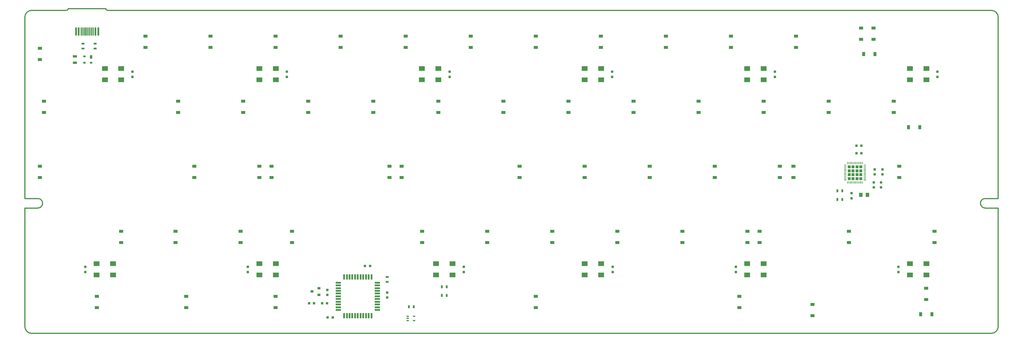
<source format=gbr>
%TF.GenerationSoftware,KiCad,Pcbnew,4.0.7*%
%TF.CreationDate,2018-04-08T23:12:56-07:00*%
%TF.ProjectId,VoyagerII,566F796167657249492E6B696361645F,rev?*%
%TF.FileFunction,Paste,Bot*%
%FSLAX46Y46*%
G04 Gerber Fmt 4.6, Leading zero omitted, Abs format (unit mm)*
G04 Created by KiCad (PCBNEW 4.0.7) date 04/08/18 23:12:56*
%MOMM*%
%LPD*%
G01*
G04 APERTURE LIST*
%ADD10C,0.100000*%
%ADD11C,0.300000*%
%ADD12R,0.500000X0.900000*%
%ADD13R,0.900000X0.500000*%
%ADD14R,0.750000X0.800000*%
%ADD15R,0.800000X0.750000*%
%ADD16R,0.250000X0.680000*%
%ADD17R,0.680000X0.250000*%
%ADD18R,0.900000X0.900000*%
%ADD19R,0.300000X2.450000*%
%ADD20R,0.600000X2.450000*%
%ADD21R,0.900000X1.200000*%
%ADD22R,1.200000X0.900000*%
%ADD23R,0.700000X0.600000*%
%ADD24R,0.700000X1.000000*%
%ADD25R,1.300000X0.700000*%
%ADD26R,0.650000X0.400000*%
%ADD27R,1.800000X1.400000*%
%ADD28R,0.900000X0.800000*%
%ADD29R,0.550000X1.500000*%
%ADD30R,1.500000X0.550000*%
%ADD31R,1.000000X1.250000*%
G04 APERTURE END LIST*
D10*
D11*
X50000000Y-47950000D02*
X60200000Y-47950000D01*
X71700000Y-47450000D02*
G75*
G03X72200000Y-47950000I500000J0D01*
G01*
X60200000Y-47950000D02*
G75*
G03X60700000Y-47450000I0J500000D01*
G01*
X60700000Y-47450000D02*
X71700000Y-47450000D01*
X51800000Y-105850000D02*
G75*
G03X53200000Y-104450000I0J1400000D01*
G01*
X329200000Y-103050000D02*
X333000000Y-103050000D01*
X329200000Y-105850000D02*
X333000000Y-105850000D01*
X333000000Y-103050000D02*
X333000000Y-49950000D01*
X333000000Y-105850000D02*
X333000000Y-140550000D01*
X329200000Y-105850000D02*
G75*
G02X327800000Y-104450000I0J1400000D01*
G01*
X327800000Y-104450000D02*
G75*
G02X329200000Y-103050000I1400000J0D01*
G01*
X48000000Y-103050000D02*
X48000000Y-49950000D01*
X51800000Y-103050000D02*
X48000000Y-103050000D01*
X53200000Y-104450000D02*
G75*
G03X51800000Y-103050000I-1400000J0D01*
G01*
X48000000Y-105850000D02*
X51800000Y-105850000D01*
X48000000Y-140550000D02*
X48000000Y-105850000D01*
X333000000Y-49950000D02*
G75*
G03X331000000Y-47950000I-2000000J0D01*
G01*
X331000000Y-142550000D02*
G75*
G03X333000000Y-140550000I0J2000000D01*
G01*
X48000000Y-140550000D02*
G75*
G03X50000000Y-142550000I2000000J0D01*
G01*
X50000000Y-47950000D02*
G75*
G03X48000000Y-49950000I0J-2000000D01*
G01*
X331000000Y-47950000D02*
X72200000Y-47950000D01*
X50000000Y-142550000D02*
X331000000Y-142550000D01*
D12*
X285889000Y-103378000D03*
X287389000Y-103378000D03*
D13*
X68580000Y-57670000D03*
X68580000Y-59170000D03*
X65024000Y-59170000D03*
X65024000Y-57670000D03*
D12*
X161913000Y-134747000D03*
X160413000Y-134747000D03*
X170065000Y-131445000D03*
X171565000Y-131445000D03*
X170065000Y-128905000D03*
X171565000Y-128905000D03*
X285889000Y-100838000D03*
X287389000Y-100838000D03*
D13*
X154051000Y-125996000D03*
X154051000Y-127496000D03*
D14*
X113284000Y-124575000D03*
X113284000Y-123075000D03*
X267589000Y-67425000D03*
X267589000Y-65925000D03*
X65659000Y-124575000D03*
X65659000Y-123075000D03*
X315214000Y-67425000D03*
X315214000Y-65925000D03*
X79502000Y-67425000D03*
X79502000Y-65925000D03*
X303784000Y-124575000D03*
X303784000Y-123075000D03*
X124714000Y-67425000D03*
X124714000Y-65925000D03*
X256159000Y-124575000D03*
X256159000Y-123075000D03*
X172339000Y-67425000D03*
X172339000Y-65925000D03*
X220091000Y-124575000D03*
X220091000Y-123075000D03*
X219964000Y-67425000D03*
X219964000Y-65925000D03*
X176530000Y-124575000D03*
X176530000Y-123075000D03*
X290068000Y-102985000D03*
X290068000Y-101485000D03*
X296545000Y-99810000D03*
X296545000Y-98310000D03*
X299085000Y-96000000D03*
X299085000Y-94500000D03*
D15*
X292977000Y-89789000D03*
X291477000Y-89789000D03*
D14*
X296799000Y-96000000D03*
X296799000Y-94500000D03*
D15*
X292977000Y-87630000D03*
X291477000Y-87630000D03*
D14*
X298704000Y-99810000D03*
X298704000Y-98310000D03*
D15*
X136513000Y-133731000D03*
X135013000Y-133731000D03*
X147586000Y-122809000D03*
X149086000Y-122809000D03*
D14*
X154051000Y-130568000D03*
X154051000Y-132068000D03*
D15*
X136664000Y-137922000D03*
X138164000Y-137922000D03*
D14*
X136525000Y-131306000D03*
X136525000Y-129806000D03*
D15*
X131203000Y-133731000D03*
X132703000Y-133731000D03*
D16*
X288884000Y-98364000D03*
X289284000Y-98364000D03*
X289684000Y-98364000D03*
X290084000Y-98364000D03*
X290484000Y-98364000D03*
X290884000Y-98364000D03*
X291284000Y-98364000D03*
X291684000Y-98364000D03*
X292084000Y-98364000D03*
X292484000Y-98364000D03*
X292884000Y-98364000D03*
X293284000Y-98364000D03*
D17*
X293944000Y-97704000D03*
X293944000Y-97304000D03*
X293944000Y-96904000D03*
X293944000Y-96504000D03*
X293944000Y-96104000D03*
X293944000Y-95704000D03*
X293944000Y-95304000D03*
X293944000Y-94904000D03*
X293944000Y-94504000D03*
X293944000Y-94104000D03*
X293944000Y-93704000D03*
X293944000Y-93304000D03*
D16*
X293284000Y-92644000D03*
X292884000Y-92644000D03*
X292484000Y-92644000D03*
X292084000Y-92644000D03*
X291684000Y-92644000D03*
X291284000Y-92644000D03*
X290884000Y-92644000D03*
X290484000Y-92644000D03*
X290084000Y-92644000D03*
X289684000Y-92644000D03*
X289284000Y-92644000D03*
X288884000Y-92644000D03*
D17*
X288224000Y-93304000D03*
X288224000Y-93704000D03*
X288224000Y-94104000D03*
X288224000Y-94504000D03*
X288224000Y-94904000D03*
X288224000Y-95304000D03*
X288224000Y-95704000D03*
X288224000Y-96104000D03*
X288224000Y-96504000D03*
X288224000Y-96904000D03*
X288224000Y-97304000D03*
X288224000Y-97704000D03*
D18*
X292809000Y-93779000D03*
X292809000Y-94929000D03*
X292809000Y-96079000D03*
X292809000Y-97229000D03*
X291659000Y-93779000D03*
X291659000Y-94929000D03*
X291659000Y-96079000D03*
X291659000Y-97229000D03*
X290509000Y-93779000D03*
X290509000Y-94929000D03*
X290509000Y-96079000D03*
X290509000Y-97229000D03*
X289359000Y-93779000D03*
X289359000Y-94929000D03*
X289359000Y-96079000D03*
X289359000Y-97229000D03*
D19*
X65987600Y-54195000D03*
X66487600Y-54195000D03*
X66987600Y-54195000D03*
X65487600Y-54195000D03*
X67487600Y-54195000D03*
X64987600Y-54195000D03*
X67987600Y-54195000D03*
X64487600Y-54195000D03*
D20*
X63787600Y-54195000D03*
X68687600Y-54195000D03*
X63012600Y-54195000D03*
X69462600Y-54195000D03*
D21*
X310293750Y-136921875D03*
X313593750Y-136921875D03*
D22*
X311943750Y-132618750D03*
X311943750Y-129318750D03*
X278606250Y-137381250D03*
X278606250Y-134081250D03*
X257175000Y-135000000D03*
X257175000Y-131700000D03*
D23*
X65421000Y-63307000D03*
X67421000Y-63307000D03*
X65421000Y-61407000D03*
D24*
X67421000Y-61607000D03*
D25*
X62611000Y-63307000D03*
X62611000Y-61407000D03*
D26*
X160086000Y-138826000D03*
X160086000Y-137526000D03*
X160086000Y-138176000D03*
X161986000Y-137526000D03*
X161986000Y-138826000D03*
D27*
X121462500Y-122175000D03*
X121462500Y-125475000D03*
X116662500Y-125475000D03*
X116662500Y-122175000D03*
X264337500Y-65025000D03*
X264337500Y-68325000D03*
X259537500Y-68325000D03*
X259537500Y-65025000D03*
X73837500Y-122175000D03*
X73837500Y-125475000D03*
X69037500Y-125475000D03*
X69037500Y-122175000D03*
X311962500Y-65025000D03*
X311962500Y-68325000D03*
X307162500Y-68325000D03*
X307162500Y-65025000D03*
X76218750Y-65025000D03*
X76218750Y-68325000D03*
X71418750Y-68325000D03*
X71418750Y-65025000D03*
X311962500Y-122175000D03*
X311962500Y-125475000D03*
X307162500Y-125475000D03*
X307162500Y-122175000D03*
X121462500Y-65025000D03*
X121462500Y-68325000D03*
X116662500Y-68325000D03*
X116662500Y-65025000D03*
X264337500Y-122175000D03*
X264337500Y-125475000D03*
X259537500Y-125475000D03*
X259537500Y-122175000D03*
X169087500Y-65025000D03*
X169087500Y-68325000D03*
X164287500Y-68325000D03*
X164287500Y-65025000D03*
X216712500Y-122175000D03*
X216712500Y-125475000D03*
X211912500Y-125475000D03*
X211912500Y-122175000D03*
X216712500Y-65025000D03*
X216712500Y-68325000D03*
X211912500Y-68325000D03*
X211912500Y-65025000D03*
X173215000Y-122175000D03*
X173215000Y-125475000D03*
X168415000Y-125475000D03*
X168415000Y-122175000D03*
D22*
X121443750Y-135000000D03*
X121443750Y-131700000D03*
X95250000Y-135000000D03*
X95250000Y-131700000D03*
X69056250Y-135000000D03*
X69056250Y-131700000D03*
X314325000Y-115950000D03*
X314325000Y-112650000D03*
X289321875Y-115950000D03*
X289321875Y-112650000D03*
X263128125Y-115950000D03*
X263128125Y-112650000D03*
X197643750Y-135000000D03*
X197643750Y-131700000D03*
X259556250Y-115950000D03*
X259556250Y-112650000D03*
X240506250Y-115950000D03*
X240506250Y-112650000D03*
X221456250Y-115950000D03*
X221456250Y-112650000D03*
X202406250Y-115950000D03*
X202406250Y-112650000D03*
X183356250Y-115950000D03*
X183356250Y-112650000D03*
X164306250Y-115950000D03*
X164306250Y-112650000D03*
X126206250Y-115950000D03*
X126206250Y-112650000D03*
X111125000Y-115950000D03*
X111125000Y-112650000D03*
X92075000Y-115950000D03*
X92075000Y-112650000D03*
X76200000Y-115950000D03*
X76200000Y-112650000D03*
X304006250Y-96900000D03*
X304006250Y-93600000D03*
X273050000Y-96900000D03*
X273050000Y-93600000D03*
X269081250Y-96900000D03*
X269081250Y-93600000D03*
X250031250Y-96900000D03*
X250031250Y-93600000D03*
X230981250Y-96900000D03*
X230981250Y-93600000D03*
X211931250Y-96900000D03*
X211931250Y-93600000D03*
X192881250Y-96900000D03*
X192881250Y-93600000D03*
X158353125Y-96900000D03*
X158353125Y-93600000D03*
X154781250Y-96900000D03*
X154781250Y-93600000D03*
X120253125Y-96900000D03*
X120253125Y-93600000D03*
X116681250Y-96900000D03*
X116681250Y-93600000D03*
X97631250Y-96900000D03*
X97631250Y-93600000D03*
X52387500Y-96900000D03*
X52387500Y-93600000D03*
D21*
X306721875Y-82153125D03*
X310021875Y-82153125D03*
D22*
X302418750Y-77850000D03*
X302418750Y-74550000D03*
X283368750Y-77850000D03*
X283368750Y-74550000D03*
X264318750Y-77850000D03*
X264318750Y-74550000D03*
X245268750Y-77850000D03*
X245268750Y-74550000D03*
X226218750Y-77850000D03*
X226218750Y-74550000D03*
X207168750Y-77850000D03*
X207168750Y-74550000D03*
X188118750Y-77850000D03*
X188118750Y-74550000D03*
X169068750Y-77850000D03*
X169068750Y-74550000D03*
X150018750Y-77850000D03*
X150018750Y-74550000D03*
X130968750Y-77850000D03*
X130968750Y-74550000D03*
X111918750Y-77850000D03*
X111918750Y-74550000D03*
X92868750Y-77850000D03*
X92868750Y-74550000D03*
X53578125Y-77850000D03*
X53578125Y-74550000D03*
D21*
X293625000Y-60721875D03*
X296925000Y-60721875D03*
D22*
X296465625Y-56418750D03*
X296465625Y-53118750D03*
X292893750Y-56418750D03*
X292893750Y-53118750D03*
X273843750Y-58800000D03*
X273843750Y-55500000D03*
X254793750Y-58800000D03*
X254793750Y-55500000D03*
X235743750Y-58800000D03*
X235743750Y-55500000D03*
X216693750Y-58800000D03*
X216693750Y-55500000D03*
X197643750Y-58800000D03*
X197643750Y-55500000D03*
X178593750Y-58800000D03*
X178593750Y-55500000D03*
X159543750Y-58800000D03*
X159543750Y-55500000D03*
X140493750Y-58800000D03*
X140493750Y-55500000D03*
X121443750Y-58800000D03*
X121443750Y-55500000D03*
X102393750Y-58800000D03*
X102393750Y-55500000D03*
X83343750Y-58800000D03*
X83343750Y-55500000D03*
X52387500Y-62371875D03*
X52387500Y-59071875D03*
D28*
X134096000Y-129352000D03*
X134096000Y-131252000D03*
X132096000Y-130302000D03*
D29*
X149478500Y-137399000D03*
X148678500Y-137399000D03*
X147878500Y-137399000D03*
X147078500Y-137399000D03*
X146278500Y-137399000D03*
X145478500Y-137399000D03*
X144678500Y-137399000D03*
X143878500Y-137399000D03*
X143078500Y-137399000D03*
X142278500Y-137399000D03*
X141478500Y-137399000D03*
D30*
X139778500Y-135699000D03*
X139778500Y-134899000D03*
X139778500Y-134099000D03*
X139778500Y-133299000D03*
X139778500Y-132499000D03*
X139778500Y-131699000D03*
X139778500Y-130899000D03*
X139778500Y-130099000D03*
X139778500Y-129299000D03*
X139778500Y-128499000D03*
X139778500Y-127699000D03*
D29*
X141478500Y-125999000D03*
X142278500Y-125999000D03*
X143078500Y-125999000D03*
X143878500Y-125999000D03*
X144678500Y-125999000D03*
X145478500Y-125999000D03*
X146278500Y-125999000D03*
X147078500Y-125999000D03*
X147878500Y-125999000D03*
X148678500Y-125999000D03*
X149478500Y-125999000D03*
D30*
X151178500Y-127699000D03*
X151178500Y-128499000D03*
X151178500Y-129299000D03*
X151178500Y-130099000D03*
X151178500Y-130899000D03*
X151178500Y-131699000D03*
X151178500Y-132499000D03*
X151178500Y-133299000D03*
X151178500Y-134099000D03*
X151178500Y-134899000D03*
X151178500Y-135699000D03*
D31*
X292751000Y-101981000D03*
X294751000Y-101981000D03*
M02*

</source>
